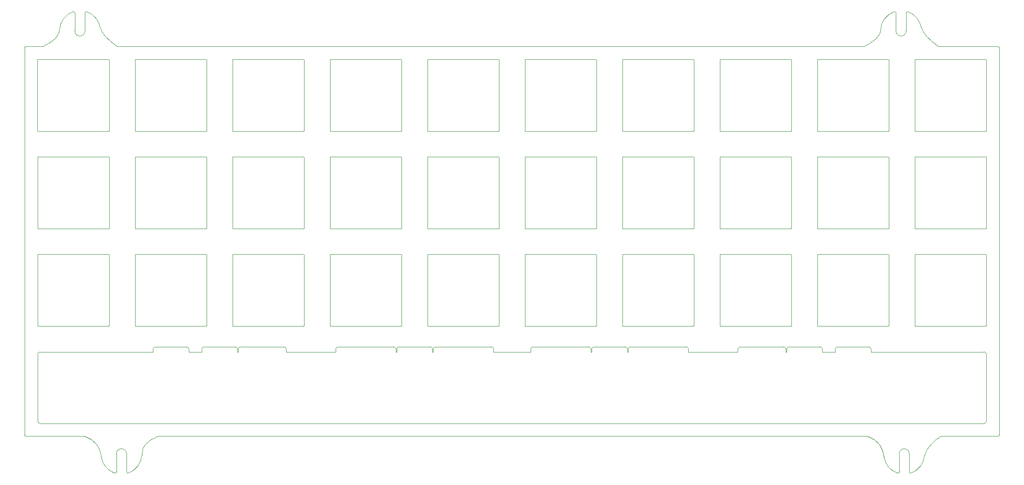
<source format=gbr>
G04 #@! TF.GenerationSoftware,KiCad,Pcbnew,(5.1.5-0-10_14)*
G04 #@! TF.CreationDate,2021-05-22T22:33:54+03:00*
G04 #@! TF.ProjectId,__ - Um_ FR4 Plates,bddb202d-2055-46d4-9d20-46523420506c,rev?*
G04 #@! TF.SameCoordinates,Original*
G04 #@! TF.FileFunction,Profile,NP*
%FSLAX46Y46*%
G04 Gerber Fmt 4.6, Leading zero omitted, Abs format (unit mm)*
G04 Created by KiCad (PCBNEW (5.1.5-0-10_14)) date 2021-05-22 22:33:54*
%MOMM*%
%LPD*%
G04 APERTURE LIST*
%ADD10C,0.100000*%
G04 APERTURE END LIST*
D10*
X214711983Y-121617348D02*
X208711983Y-121617348D01*
X218211983Y-121617348D02*
X214711983Y-121617348D01*
X219498983Y-121617348D02*
X218211983Y-121617348D01*
X224261983Y-121617348D02*
X219498983Y-121617348D01*
X232498983Y-121617348D02*
X224261983Y-121617348D01*
X237261983Y-121617348D02*
X232498983Y-121617348D01*
X237761983Y-121117348D02*
G75*
G02X237261983Y-121617348I-500000J0D01*
G01*
X237761983Y-108117348D02*
X237761983Y-121117348D01*
X237261983Y-107617348D02*
G75*
G02X237761983Y-108117348I0J-500000D01*
G01*
X232498983Y-107617348D02*
X237261983Y-107617348D01*
X224261983Y-107617348D02*
X232498983Y-107617348D01*
X219498983Y-107617348D02*
X224261983Y-107617348D01*
X218211983Y-107617348D02*
X219498983Y-107617348D01*
X215211983Y-107617348D02*
X218211983Y-107617348D01*
X215211983Y-107117348D02*
X215211983Y-107617348D01*
X214711983Y-106617348D02*
G75*
G02X215211983Y-107117348I0J-500000D01*
G01*
X208711983Y-106617348D02*
X214711983Y-106617348D01*
X208211983Y-107117348D02*
G75*
G02X208711983Y-106617348I500000J0D01*
G01*
X208211983Y-107617348D02*
X208211983Y-107117348D01*
X205686983Y-107617348D02*
X208211983Y-107617348D01*
X205686983Y-107117348D02*
X205686983Y-107617348D01*
X205186983Y-106617348D02*
G75*
G02X205686983Y-107117348I0J-500000D01*
G01*
X199186983Y-106617348D02*
X205186983Y-106617348D01*
X198686983Y-107117348D02*
G75*
G02X199186983Y-106617348I500000J0D01*
G01*
X198686983Y-107617348D02*
X198686983Y-107117348D01*
X198574983Y-107617348D02*
X198686983Y-107617348D01*
X198574983Y-107117348D02*
X198574983Y-107617348D01*
X198074983Y-106617348D02*
G75*
G02X198574983Y-107117348I0J-500000D01*
G01*
X195661983Y-106617348D02*
X198074983Y-106617348D01*
X192074983Y-106617348D02*
X195661983Y-106617348D01*
X189661983Y-106617348D02*
X192074983Y-106617348D01*
X189161983Y-107117348D02*
G75*
G02X189661983Y-106617348I500000J0D01*
G01*
X189161983Y-107617348D02*
X189161983Y-107117348D01*
X186161983Y-107617348D02*
X189161983Y-107617348D01*
X180111983Y-107617348D02*
X186161983Y-107617348D01*
X179524983Y-107617348D02*
X180111983Y-107617348D01*
X179524983Y-107117348D02*
X179524983Y-107617348D01*
X179024983Y-106617348D02*
G75*
G02X179524983Y-107117348I0J-500000D01*
G01*
X174198983Y-106617348D02*
X179024983Y-106617348D01*
X173024983Y-106617348D02*
X174198983Y-106617348D01*
X168198983Y-106617348D02*
X173024983Y-106617348D01*
X167698983Y-107117348D02*
G75*
G02X168198983Y-106617348I500000J0D01*
G01*
X167698983Y-107617348D02*
X167698983Y-107117348D01*
X167586983Y-107617348D02*
X167698983Y-107617348D01*
X167586983Y-107117348D02*
X167586983Y-107617348D01*
X167086983Y-106617348D02*
G75*
G02X167586983Y-107117348I0J-500000D01*
G01*
X161086983Y-106617348D02*
X167086983Y-106617348D01*
X160586983Y-107117348D02*
G75*
G02X161086983Y-106617348I500000J0D01*
G01*
X160586983Y-107617348D02*
X160586983Y-107117348D01*
X160474983Y-107617348D02*
X160586983Y-107617348D01*
X160474983Y-107117348D02*
X160474983Y-107617348D01*
X159974983Y-106617348D02*
G75*
G02X160474983Y-107117348I0J-500000D01*
G01*
X157561983Y-106617348D02*
X159974983Y-106617348D01*
X155148983Y-106617348D02*
X157561983Y-106617348D01*
X153974983Y-106617348D02*
X155148983Y-106617348D01*
X151561983Y-106617348D02*
X153974983Y-106617348D01*
X149148983Y-106617348D02*
X151561983Y-106617348D01*
X148648983Y-107117348D02*
G75*
G02X149148983Y-106617348I500000J0D01*
G01*
X148648983Y-107617348D02*
X148648983Y-107117348D01*
X148061983Y-107617348D02*
X148648983Y-107617348D01*
X142011983Y-107617348D02*
X148061983Y-107617348D01*
X141424983Y-107617348D02*
X142011983Y-107617348D01*
X141424983Y-107117348D02*
X141424983Y-107617348D01*
X140924983Y-106617348D02*
G75*
G02X141424983Y-107117348I0J-500000D01*
G01*
X138511983Y-106617348D02*
X140924983Y-106617348D01*
X136098983Y-106617348D02*
X138511983Y-106617348D01*
X134924983Y-106617348D02*
X136098983Y-106617348D01*
X132511983Y-106617348D02*
X134924983Y-106617348D01*
X130098983Y-106617348D02*
X132511983Y-106617348D01*
X129598983Y-107117348D02*
G75*
G02X130098983Y-106617348I500000J0D01*
G01*
X129598983Y-107617348D02*
X129598983Y-107117348D01*
X129486983Y-107617348D02*
X129598983Y-107617348D01*
X129486983Y-107117348D02*
X129486983Y-107617348D01*
X128986983Y-106617348D02*
G75*
G02X129486983Y-107117348I0J-500000D01*
G01*
X122986983Y-106617348D02*
X128986983Y-106617348D01*
X122486983Y-107117348D02*
G75*
G02X122986983Y-106617348I500000J0D01*
G01*
X122486983Y-107617348D02*
X122486983Y-107117348D01*
X122374983Y-107617348D02*
X122486983Y-107617348D01*
X122374983Y-107117348D02*
X122374983Y-107617348D01*
X121874983Y-106617348D02*
G75*
G02X122374983Y-107117348I0J-500000D01*
G01*
X117048983Y-106617348D02*
X121874983Y-106617348D01*
X115874983Y-106617348D02*
X117048983Y-106617348D01*
X111048983Y-106617348D02*
X115874983Y-106617348D01*
X110548983Y-107117348D02*
G75*
G02X111048983Y-106617348I500000J0D01*
G01*
X110548983Y-107617348D02*
X110548983Y-107117348D01*
X109961983Y-107617348D02*
X110548983Y-107617348D01*
X103911983Y-107617348D02*
X109961983Y-107617348D01*
X100911983Y-107617348D02*
X103911983Y-107617348D01*
X100911983Y-107117348D02*
X100911983Y-107617348D01*
X100411983Y-106617348D02*
G75*
G02X100911983Y-107117348I0J-500000D01*
G01*
X97998983Y-106617348D02*
X100411983Y-106617348D01*
X94411983Y-106617348D02*
X97998983Y-106617348D01*
X91998983Y-106617348D02*
X94411983Y-106617348D01*
X91498983Y-107117348D02*
G75*
G02X91998983Y-106617348I500000J0D01*
G01*
X91498983Y-107617348D02*
X91498983Y-107117348D01*
X91386983Y-107617348D02*
X91498983Y-107617348D01*
X91386983Y-107117348D02*
X91386983Y-107617348D01*
X90886983Y-106617348D02*
G75*
G02X91386983Y-107117348I0J-500000D01*
G01*
X84886983Y-106617348D02*
X90886983Y-106617348D01*
X84386983Y-107117348D02*
G75*
G02X84886983Y-106617348I500000J0D01*
G01*
X84386983Y-107617348D02*
X84386983Y-107117348D01*
X81861983Y-107617348D02*
X84386983Y-107617348D01*
X81861983Y-107117348D02*
X81861983Y-107617348D01*
X81361983Y-106617348D02*
G75*
G02X81861983Y-107117348I0J-500000D01*
G01*
X75361983Y-106617348D02*
X81361983Y-106617348D01*
X74861983Y-107117348D02*
G75*
G02X75361983Y-106617348I500000J0D01*
G01*
X74861983Y-107617348D02*
X74861983Y-107117348D01*
X71861983Y-107617348D02*
X74861983Y-107617348D01*
X70574483Y-107617348D02*
X71861983Y-107617348D01*
X65811983Y-107617348D02*
X70574483Y-107617348D01*
X57574483Y-107617348D02*
X65811983Y-107617348D01*
X52811983Y-107617348D02*
X57574483Y-107617348D01*
X52311983Y-108117348D02*
G75*
G02X52811983Y-107617348I500000J0D01*
G01*
X52311983Y-121117348D02*
X52311983Y-108117348D01*
X52811983Y-121617348D02*
G75*
G02X52311983Y-121117348I0J500000D01*
G01*
X57574483Y-121617348D02*
X52811983Y-121617348D01*
X65811983Y-121617348D02*
X57574483Y-121617348D01*
X70574483Y-121617348D02*
X65811983Y-121617348D01*
X71861983Y-121617348D02*
X70574483Y-121617348D01*
X75361983Y-121617348D02*
X71861983Y-121617348D01*
X81361983Y-121617348D02*
X75361983Y-121617348D01*
X84861983Y-121617348D02*
X81361983Y-121617348D01*
X84874482Y-121617192D02*
X84861983Y-121617348D01*
X86149483Y-121617348D02*
X84874482Y-121617192D01*
X90886983Y-121617348D02*
X86149483Y-121617348D01*
X90911983Y-121617348D02*
X90886983Y-121617348D01*
X91998983Y-121617348D02*
X90911983Y-121617348D01*
X94411983Y-121617348D02*
X91998983Y-121617348D01*
X97998983Y-121617348D02*
X94411983Y-121617348D01*
X99149483Y-121617348D02*
X97998983Y-121617348D01*
X100411983Y-121617348D02*
X99149483Y-121617348D01*
X100436983Y-121617348D02*
X100411983Y-121617348D01*
X103911983Y-121617348D02*
X100436983Y-121617348D01*
X109961983Y-121617348D02*
X103911983Y-121617348D01*
X111048983Y-121617348D02*
X109961983Y-121617348D01*
X113436983Y-121617348D02*
X111048983Y-121617348D01*
X115874983Y-121617348D02*
X113436983Y-121617348D01*
X117048983Y-121617348D02*
X115874983Y-121617348D01*
X119486983Y-121617348D02*
X117048983Y-121617348D01*
X121874983Y-121617348D02*
X119486983Y-121617348D01*
X122961983Y-121617348D02*
X121874983Y-121617348D01*
X122986983Y-121617348D02*
X122961983Y-121617348D01*
X128986983Y-121617348D02*
X122986983Y-121617348D01*
X129011983Y-121617348D02*
X128986983Y-121617348D01*
X130098983Y-121617348D02*
X129011983Y-121617348D01*
X132486983Y-121617348D02*
X130098983Y-121617348D01*
X132511983Y-121617348D02*
X132486983Y-121617348D01*
X134924983Y-121617348D02*
X132511983Y-121617348D01*
X136098983Y-121617348D02*
X134924983Y-121617348D01*
X138511983Y-121617348D02*
X136098983Y-121617348D01*
X138536983Y-121617348D02*
X138511983Y-121617348D01*
X140924983Y-121617348D02*
X138536983Y-121617348D01*
X142011983Y-121617348D02*
X140924983Y-121617348D01*
X148061983Y-121617348D02*
X142011983Y-121617348D01*
X149148983Y-121617348D02*
X148061983Y-121617348D01*
X151536983Y-121617348D02*
X149148983Y-121617348D01*
X151561983Y-121617348D02*
X151536983Y-121617348D01*
X153974983Y-121617348D02*
X151561983Y-121617348D01*
X155148983Y-121617348D02*
X153974983Y-121617348D01*
X157561983Y-121617348D02*
X155148983Y-121617348D01*
X157586983Y-121617348D02*
X157561983Y-121617348D01*
X159974983Y-121617348D02*
X157586983Y-121617348D01*
X161061983Y-121617348D02*
X159974983Y-121617348D01*
X161086983Y-121617348D02*
X161061983Y-121617348D01*
X167086983Y-121617348D02*
X161086983Y-121617348D01*
X167111983Y-121617348D02*
X167086983Y-121617348D01*
X168198983Y-121617348D02*
X167111983Y-121617348D01*
X170586983Y-121617348D02*
X168198983Y-121617348D01*
X173024983Y-121617348D02*
X170586983Y-121617348D01*
X174198983Y-121617348D02*
X173024983Y-121617348D01*
X176636983Y-121617348D02*
X174198983Y-121617348D01*
X179024983Y-121617348D02*
X176636983Y-121617348D01*
X180111983Y-121617348D02*
X179024983Y-121617348D01*
X186161983Y-121617348D02*
X180111983Y-121617348D01*
X189636983Y-121617348D02*
X186161983Y-121617348D01*
X189661983Y-121617348D02*
X189636983Y-121617348D01*
X190924983Y-121617348D02*
X189661983Y-121617348D01*
X192074983Y-121617348D02*
X190924983Y-121617348D01*
X195661983Y-121617348D02*
X192074983Y-121617348D01*
X198074983Y-121617348D02*
X195661983Y-121617348D01*
X199161983Y-121617348D02*
X198074983Y-121617348D01*
X199186983Y-121617348D02*
X199161983Y-121617348D01*
X203924983Y-121617348D02*
X199186983Y-121617348D01*
X205186983Y-121617348D02*
X203924983Y-121617348D01*
X205211983Y-121617348D02*
X205186983Y-121617348D01*
X208711983Y-121617348D02*
X205211983Y-121617348D01*
X220348743Y-131326097D02*
G75*
G02X217739182Y-128228343I1333334J3771236D01*
G01*
X61566690Y-41335463D02*
G75*
G02X61900023Y-41099761I250000J0D01*
G01*
X220682077Y-127554964D02*
X220682077Y-131090395D01*
X240013761Y-124120640D02*
X228881910Y-124120640D01*
X240013761Y-47920640D02*
G75*
G02X240263761Y-48170640I0J-250000D01*
G01*
X217071032Y-44684673D02*
G75*
G02X219733357Y-41099761I3995658J-186324D01*
G01*
X59233357Y-41099755D02*
G75*
G02X59566690Y-41335457I83333J-235702D01*
G01*
X61566690Y-44870997D02*
X61566690Y-41335463D01*
X61566690Y-44870997D02*
G75*
G02X59566690Y-44870997I-1000000J0D01*
G01*
X222682077Y-127554861D02*
X222682077Y-131090401D01*
X49763761Y-48170640D02*
G75*
G02X50013761Y-47920640I250000J0D01*
G01*
X227769933Y-124836437D02*
X228881910Y-124120640D01*
X226855878Y-125672761D02*
X227769933Y-124836437D01*
X226165573Y-126645341D02*
X226855878Y-125672761D01*
X225677739Y-127741220D02*
X226165573Y-126645341D01*
X227028390Y-46886996D02*
X228337125Y-47920640D01*
X226010995Y-45916203D02*
X227028390Y-46886996D01*
X225342237Y-45020621D02*
X226010995Y-45916203D01*
X225009591Y-44197549D02*
X225342237Y-45020621D01*
X222066690Y-44870997D02*
X222066690Y-41335463D01*
X59566690Y-44870997D02*
X59566690Y-41335457D01*
X220066690Y-44870997D02*
X220066690Y-41335463D01*
X223015410Y-131326103D02*
G75*
G02X222682077Y-131090401I-83333J235702D01*
G01*
X219733357Y-41099761D02*
G75*
G02X220066690Y-41335463I83333J-235702D01*
G01*
X222066690Y-44870997D02*
G75*
G02X220066690Y-44870997I-1000000J0D01*
G01*
X222400024Y-41099761D02*
G75*
G02X225009591Y-44197549I-1333334J-3771236D01*
G01*
X220682077Y-127554964D02*
G75*
G02X222682077Y-127554861I1000000J103D01*
G01*
X222066690Y-41335463D02*
G75*
G02X222400023Y-41099761I250000J0D01*
G01*
X61900024Y-41099758D02*
G75*
G02X64509591Y-44197549I-1333338J-3771239D01*
G01*
X225677738Y-127741220D02*
G75*
G02X223015410Y-131326103I-3995661J186359D01*
G01*
X50013761Y-47920640D02*
X53336829Y-47920640D01*
X220682077Y-131090395D02*
G75*
G02X220348744Y-131326097I-250000J0D01*
G01*
X66528390Y-46886996D02*
X67837125Y-47920640D01*
X65510995Y-45916203D02*
X66528390Y-46886996D01*
X64842237Y-45020621D02*
X65510995Y-45916203D01*
X64509591Y-44197549D02*
X64842237Y-45020621D01*
X228337125Y-47920640D02*
X240013761Y-47920640D01*
X215165694Y-47155191D02*
X213836829Y-47920640D01*
X216174383Y-46362929D02*
X215165694Y-47155191D01*
X216803578Y-45538884D02*
X216174383Y-46362929D01*
X217071038Y-44684545D02*
X216803578Y-45538884D01*
X49763761Y-123870640D02*
X49763761Y-48170640D01*
X240263761Y-123870640D02*
G75*
G02X240013761Y-124120640I-250000J0D01*
G01*
X56571024Y-44684672D02*
G75*
G02X59233357Y-41099755I3995662J-186325D01*
G01*
X54665694Y-47155191D02*
X53336829Y-47920640D01*
X55674383Y-46362929D02*
X54665694Y-47155191D01*
X56303578Y-45538884D02*
X55674383Y-46362929D01*
X56571038Y-44684545D02*
X56303578Y-45538884D01*
X61432508Y-124120640D02*
X50013761Y-124120640D01*
X69682077Y-127554861D02*
X69682077Y-131090395D01*
X67837125Y-47920640D02*
X213836829Y-47920640D01*
X70015410Y-131326097D02*
G75*
G02X69682077Y-131090395I-83333J235702D01*
G01*
X214432508Y-124120640D02*
X75881910Y-124120640D01*
X240263761Y-48170640D02*
X240263761Y-123870640D01*
X67348743Y-131326097D02*
G75*
G02X64739200Y-128228451I1333334J3771236D01*
G01*
X72677728Y-127741331D02*
G75*
G02X70015410Y-131326097I-3995651J186470D01*
G01*
X67682077Y-127554878D02*
X67682077Y-131090395D01*
X50013761Y-124120640D02*
G75*
G02X49763761Y-123870640I0J250000D01*
G01*
X66266708Y-50503065D02*
X66266708Y-64403065D01*
X66216708Y-50453065D02*
G75*
G02X66266708Y-50503065I0J-50000D01*
G01*
X52316708Y-50453065D02*
X66216708Y-50453065D01*
X52266708Y-50503065D02*
G75*
G02X52316708Y-50453065I50000J0D01*
G01*
X52266708Y-64403065D02*
X52266708Y-50503065D01*
X52316708Y-64453065D02*
G75*
G02X52266708Y-64403065I0J50000D01*
G01*
X66216708Y-64453065D02*
X52316708Y-64453065D01*
X66266708Y-64403065D02*
G75*
G02X66216708Y-64453065I-50000J0D01*
G01*
X215788717Y-124784766D02*
X214432508Y-124120640D01*
X216807005Y-125680409D02*
X215788717Y-124784766D01*
X217444667Y-126836828D02*
X216807005Y-125680409D01*
X217739182Y-128228343D02*
X217444667Y-126836828D01*
X62798560Y-124770537D02*
X61432508Y-124120640D01*
X63820223Y-125661181D02*
X62798560Y-124770537D01*
X64454285Y-126822780D02*
X63820223Y-125661181D01*
X64739200Y-128228451D02*
X64454285Y-126822780D01*
X67682077Y-127554879D02*
G75*
G02X69682077Y-127554861I1000000J18D01*
G01*
X67682077Y-131090395D02*
G75*
G02X67348744Y-131326097I-250000J0D01*
G01*
X74446425Y-124769008D02*
X75881910Y-124120640D01*
X73407953Y-125578077D02*
X74446425Y-124769008D01*
X72829332Y-126573281D02*
X73407953Y-125578077D01*
X72677728Y-127741330D02*
X72829332Y-126573281D01*
X223740000Y-88610000D02*
G75*
G02X223790000Y-88560000I50000J0D01*
G01*
X223740000Y-102510000D02*
X223740000Y-88610000D01*
X223790000Y-102560000D02*
G75*
G02X223740000Y-102510000I0J50000D01*
G01*
X237690000Y-102560000D02*
X223790000Y-102560000D01*
X237740000Y-102510000D02*
G75*
G02X237690000Y-102560000I-50000J0D01*
G01*
X237740000Y-88610000D02*
X237740000Y-102510000D01*
X237690000Y-88560000D02*
G75*
G02X237740000Y-88610000I0J-50000D01*
G01*
X223790000Y-88560000D02*
X237690000Y-88560000D01*
X204690000Y-88610000D02*
G75*
G02X204740000Y-88560000I50000J0D01*
G01*
X204690000Y-102510000D02*
X204690000Y-88610000D01*
X204740000Y-102560000D02*
G75*
G02X204690000Y-102510000I0J50000D01*
G01*
X218640000Y-102560000D02*
X204740000Y-102560000D01*
X218690000Y-102510000D02*
G75*
G02X218640000Y-102560000I-50000J0D01*
G01*
X218690000Y-88610000D02*
X218690000Y-102510000D01*
X218640000Y-88560000D02*
G75*
G02X218690000Y-88610000I0J-50000D01*
G01*
X204740000Y-88560000D02*
X218640000Y-88560000D01*
X185640000Y-88610000D02*
G75*
G02X185690000Y-88560000I50000J0D01*
G01*
X185640000Y-102510000D02*
X185640000Y-88610000D01*
X185690000Y-102560000D02*
G75*
G02X185640000Y-102510000I0J50000D01*
G01*
X199590000Y-102560000D02*
X185690000Y-102560000D01*
X199640000Y-102510000D02*
G75*
G02X199590000Y-102560000I-50000J0D01*
G01*
X199640000Y-88610000D02*
X199640000Y-102510000D01*
X199590000Y-88560000D02*
G75*
G02X199640000Y-88610000I0J-50000D01*
G01*
X185690000Y-88560000D02*
X199590000Y-88560000D01*
X166590000Y-88610000D02*
G75*
G02X166640000Y-88560000I50000J0D01*
G01*
X166590000Y-102510000D02*
X166590000Y-88610000D01*
X166640000Y-102560000D02*
G75*
G02X166590000Y-102510000I0J50000D01*
G01*
X180540000Y-102560000D02*
X166640000Y-102560000D01*
X180590000Y-102510000D02*
G75*
G02X180540000Y-102560000I-50000J0D01*
G01*
X180590000Y-88610000D02*
X180590000Y-102510000D01*
X180540000Y-88560000D02*
G75*
G02X180590000Y-88610000I0J-50000D01*
G01*
X166640000Y-88560000D02*
X180540000Y-88560000D01*
X147540000Y-88610000D02*
G75*
G02X147590000Y-88560000I50000J0D01*
G01*
X147540000Y-102510000D02*
X147540000Y-88610000D01*
X147590000Y-102560000D02*
G75*
G02X147540000Y-102510000I0J50000D01*
G01*
X161490000Y-102560000D02*
X147590000Y-102560000D01*
X161540000Y-102510000D02*
G75*
G02X161490000Y-102560000I-50000J0D01*
G01*
X161540000Y-88610000D02*
X161540000Y-102510000D01*
X161490000Y-88560000D02*
G75*
G02X161540000Y-88610000I0J-50000D01*
G01*
X147590000Y-88560000D02*
X161490000Y-88560000D01*
X128490000Y-88610000D02*
G75*
G02X128540000Y-88560000I50000J0D01*
G01*
X128490000Y-102510000D02*
X128490000Y-88610000D01*
X128540000Y-102560000D02*
G75*
G02X128490000Y-102510000I0J50000D01*
G01*
X142440000Y-102560000D02*
X128540000Y-102560000D01*
X142490000Y-102510000D02*
G75*
G02X142440000Y-102560000I-50000J0D01*
G01*
X142490000Y-88610000D02*
X142490000Y-102510000D01*
X142440000Y-88560000D02*
G75*
G02X142490000Y-88610000I0J-50000D01*
G01*
X128540000Y-88560000D02*
X142440000Y-88560000D01*
X109440000Y-88610000D02*
G75*
G02X109490000Y-88560000I50000J0D01*
G01*
X109440000Y-102510000D02*
X109440000Y-88610000D01*
X109490000Y-102560000D02*
G75*
G02X109440000Y-102510000I0J50000D01*
G01*
X123390000Y-102560000D02*
X109490000Y-102560000D01*
X123440000Y-102510000D02*
G75*
G02X123390000Y-102560000I-50000J0D01*
G01*
X123440000Y-88610000D02*
X123440000Y-102510000D01*
X123390000Y-88560000D02*
G75*
G02X123440000Y-88610000I0J-50000D01*
G01*
X109490000Y-88560000D02*
X123390000Y-88560000D01*
X90390000Y-88610000D02*
G75*
G02X90440000Y-88560000I50000J0D01*
G01*
X90390000Y-102510000D02*
X90390000Y-88610000D01*
X90440000Y-102560000D02*
G75*
G02X90390000Y-102510000I0J50000D01*
G01*
X104340000Y-102560000D02*
X90440000Y-102560000D01*
X104390000Y-102510000D02*
G75*
G02X104340000Y-102560000I-50000J0D01*
G01*
X104390000Y-88610000D02*
X104390000Y-102510000D01*
X104340000Y-88560000D02*
G75*
G02X104390000Y-88610000I0J-50000D01*
G01*
X90440000Y-88560000D02*
X104340000Y-88560000D01*
X71340000Y-88610000D02*
G75*
G02X71390000Y-88560000I50000J0D01*
G01*
X71340000Y-102510000D02*
X71340000Y-88610000D01*
X71390000Y-102560000D02*
G75*
G02X71340000Y-102510000I0J50000D01*
G01*
X85290000Y-102560000D02*
X71390000Y-102560000D01*
X85340000Y-102510000D02*
G75*
G02X85290000Y-102560000I-50000J0D01*
G01*
X85340000Y-88610000D02*
X85340000Y-102510000D01*
X85290000Y-88560000D02*
G75*
G02X85340000Y-88610000I0J-50000D01*
G01*
X71390000Y-88560000D02*
X85290000Y-88560000D01*
X52290000Y-88610000D02*
G75*
G02X52340000Y-88560000I50000J0D01*
G01*
X52290000Y-102510000D02*
X52290000Y-88610000D01*
X52340000Y-102560000D02*
G75*
G02X52290000Y-102510000I0J50000D01*
G01*
X66240000Y-102560000D02*
X52340000Y-102560000D01*
X66290000Y-102510000D02*
G75*
G02X66240000Y-102560000I-50000J0D01*
G01*
X66290000Y-88610000D02*
X66290000Y-102510000D01*
X66240000Y-88560000D02*
G75*
G02X66290000Y-88610000I0J-50000D01*
G01*
X52340000Y-88560000D02*
X66240000Y-88560000D01*
X223740000Y-69560000D02*
G75*
G02X223790000Y-69510000I50000J0D01*
G01*
X223740000Y-83460000D02*
X223740000Y-69560000D01*
X223790000Y-83510000D02*
G75*
G02X223740000Y-83460000I0J50000D01*
G01*
X237690000Y-83510000D02*
X223790000Y-83510000D01*
X237740000Y-83460000D02*
G75*
G02X237690000Y-83510000I-50000J0D01*
G01*
X237740000Y-69560000D02*
X237740000Y-83460000D01*
X237690000Y-69510000D02*
G75*
G02X237740000Y-69560000I0J-50000D01*
G01*
X223790000Y-69510000D02*
X237690000Y-69510000D01*
X204690000Y-69560000D02*
G75*
G02X204740000Y-69510000I50000J0D01*
G01*
X204690000Y-83460000D02*
X204690000Y-69560000D01*
X204740000Y-83510000D02*
G75*
G02X204690000Y-83460000I0J50000D01*
G01*
X218640000Y-83510000D02*
X204740000Y-83510000D01*
X218690000Y-83460000D02*
G75*
G02X218640000Y-83510000I-50000J0D01*
G01*
X218690000Y-69560000D02*
X218690000Y-83460000D01*
X218640000Y-69510000D02*
G75*
G02X218690000Y-69560000I0J-50000D01*
G01*
X204740000Y-69510000D02*
X218640000Y-69510000D01*
X185640000Y-69560000D02*
G75*
G02X185690000Y-69510000I50000J0D01*
G01*
X185640000Y-83460000D02*
X185640000Y-69560000D01*
X185690000Y-83510000D02*
G75*
G02X185640000Y-83460000I0J50000D01*
G01*
X199590000Y-83510000D02*
X185690000Y-83510000D01*
X199640000Y-83460000D02*
G75*
G02X199590000Y-83510000I-50000J0D01*
G01*
X199640000Y-69560000D02*
X199640000Y-83460000D01*
X199590000Y-69510000D02*
G75*
G02X199640000Y-69560000I0J-50000D01*
G01*
X185690000Y-69510000D02*
X199590000Y-69510000D01*
X166590000Y-69560000D02*
G75*
G02X166640000Y-69510000I50000J0D01*
G01*
X166590000Y-83460000D02*
X166590000Y-69560000D01*
X166640000Y-83510000D02*
G75*
G02X166590000Y-83460000I0J50000D01*
G01*
X180540000Y-83510000D02*
X166640000Y-83510000D01*
X180590000Y-83460000D02*
G75*
G02X180540000Y-83510000I-50000J0D01*
G01*
X180590000Y-69560000D02*
X180590000Y-83460000D01*
X180540000Y-69510000D02*
G75*
G02X180590000Y-69560000I0J-50000D01*
G01*
X166640000Y-69510000D02*
X180540000Y-69510000D01*
X147540000Y-69560000D02*
G75*
G02X147590000Y-69510000I50000J0D01*
G01*
X147540000Y-83460000D02*
X147540000Y-69560000D01*
X147590000Y-83510000D02*
G75*
G02X147540000Y-83460000I0J50000D01*
G01*
X161490000Y-83510000D02*
X147590000Y-83510000D01*
X161540000Y-83460000D02*
G75*
G02X161490000Y-83510000I-50000J0D01*
G01*
X161540000Y-69560000D02*
X161540000Y-83460000D01*
X161490000Y-69510000D02*
G75*
G02X161540000Y-69560000I0J-50000D01*
G01*
X147590000Y-69510000D02*
X161490000Y-69510000D01*
X128490000Y-69560000D02*
G75*
G02X128540000Y-69510000I50000J0D01*
G01*
X128490000Y-83460000D02*
X128490000Y-69560000D01*
X128540000Y-83510000D02*
G75*
G02X128490000Y-83460000I0J50000D01*
G01*
X142440000Y-83510000D02*
X128540000Y-83510000D01*
X142490000Y-83460000D02*
G75*
G02X142440000Y-83510000I-50000J0D01*
G01*
X142490000Y-69560000D02*
X142490000Y-83460000D01*
X142440000Y-69510000D02*
G75*
G02X142490000Y-69560000I0J-50000D01*
G01*
X128540000Y-69510000D02*
X142440000Y-69510000D01*
X109440000Y-69560000D02*
G75*
G02X109490000Y-69510000I50000J0D01*
G01*
X109440000Y-83460000D02*
X109440000Y-69560000D01*
X109490000Y-83510000D02*
G75*
G02X109440000Y-83460000I0J50000D01*
G01*
X123390000Y-83510000D02*
X109490000Y-83510000D01*
X123440000Y-83460000D02*
G75*
G02X123390000Y-83510000I-50000J0D01*
G01*
X123440000Y-69560000D02*
X123440000Y-83460000D01*
X123390000Y-69510000D02*
G75*
G02X123440000Y-69560000I0J-50000D01*
G01*
X109490000Y-69510000D02*
X123390000Y-69510000D01*
X90390000Y-69560000D02*
G75*
G02X90440000Y-69510000I50000J0D01*
G01*
X90390000Y-83460000D02*
X90390000Y-69560000D01*
X90440000Y-83510000D02*
G75*
G02X90390000Y-83460000I0J50000D01*
G01*
X104340000Y-83510000D02*
X90440000Y-83510000D01*
X104390000Y-83460000D02*
G75*
G02X104340000Y-83510000I-50000J0D01*
G01*
X104390000Y-69560000D02*
X104390000Y-83460000D01*
X104340000Y-69510000D02*
G75*
G02X104390000Y-69560000I0J-50000D01*
G01*
X90440000Y-69510000D02*
X104340000Y-69510000D01*
X71340000Y-69560000D02*
G75*
G02X71390000Y-69510000I50000J0D01*
G01*
X71340000Y-83460000D02*
X71340000Y-69560000D01*
X71390000Y-83510000D02*
G75*
G02X71340000Y-83460000I0J50000D01*
G01*
X85290000Y-83510000D02*
X71390000Y-83510000D01*
X85340000Y-83460000D02*
G75*
G02X85290000Y-83510000I-50000J0D01*
G01*
X85340000Y-69560000D02*
X85340000Y-83460000D01*
X85290000Y-69510000D02*
G75*
G02X85340000Y-69560000I0J-50000D01*
G01*
X71390000Y-69510000D02*
X85290000Y-69510000D01*
X52290000Y-69560000D02*
G75*
G02X52340000Y-69510000I50000J0D01*
G01*
X52290000Y-83460000D02*
X52290000Y-69560000D01*
X52340000Y-83510000D02*
G75*
G02X52290000Y-83460000I0J50000D01*
G01*
X66240000Y-83510000D02*
X52340000Y-83510000D01*
X66290000Y-83460000D02*
G75*
G02X66240000Y-83510000I-50000J0D01*
G01*
X66290000Y-69560000D02*
X66290000Y-83460000D01*
X66240000Y-69510000D02*
G75*
G02X66290000Y-69560000I0J-50000D01*
G01*
X52340000Y-69510000D02*
X66240000Y-69510000D01*
X223740000Y-50510000D02*
G75*
G02X223790000Y-50460000I50000J0D01*
G01*
X223740000Y-64410000D02*
X223740000Y-50510000D01*
X223790000Y-64460000D02*
G75*
G02X223740000Y-64410000I0J50000D01*
G01*
X237690000Y-64460000D02*
X223790000Y-64460000D01*
X237740000Y-64410000D02*
G75*
G02X237690000Y-64460000I-50000J0D01*
G01*
X237740000Y-50510000D02*
X237740000Y-64410000D01*
X237690000Y-50460000D02*
G75*
G02X237740000Y-50510000I0J-50000D01*
G01*
X223790000Y-50460000D02*
X237690000Y-50460000D01*
X204690000Y-50510000D02*
G75*
G02X204740000Y-50460000I50000J0D01*
G01*
X204690000Y-64410000D02*
X204690000Y-50510000D01*
X204740000Y-64460000D02*
G75*
G02X204690000Y-64410000I0J50000D01*
G01*
X218640000Y-64460000D02*
X204740000Y-64460000D01*
X218690000Y-64410000D02*
G75*
G02X218640000Y-64460000I-50000J0D01*
G01*
X218690000Y-50510000D02*
X218690000Y-64410000D01*
X218640000Y-50460000D02*
G75*
G02X218690000Y-50510000I0J-50000D01*
G01*
X204740000Y-50460000D02*
X218640000Y-50460000D01*
X185640000Y-50510000D02*
G75*
G02X185690000Y-50460000I50000J0D01*
G01*
X185640000Y-64410000D02*
X185640000Y-50510000D01*
X185690000Y-64460000D02*
G75*
G02X185640000Y-64410000I0J50000D01*
G01*
X199590000Y-64460000D02*
X185690000Y-64460000D01*
X199640000Y-64410000D02*
G75*
G02X199590000Y-64460000I-50000J0D01*
G01*
X199640000Y-50510000D02*
X199640000Y-64410000D01*
X199590000Y-50460000D02*
G75*
G02X199640000Y-50510000I0J-50000D01*
G01*
X185690000Y-50460000D02*
X199590000Y-50460000D01*
X166590000Y-50510000D02*
G75*
G02X166640000Y-50460000I50000J0D01*
G01*
X166590000Y-64410000D02*
X166590000Y-50510000D01*
X166640000Y-64460000D02*
G75*
G02X166590000Y-64410000I0J50000D01*
G01*
X180540000Y-64460000D02*
X166640000Y-64460000D01*
X180590000Y-64410000D02*
G75*
G02X180540000Y-64460000I-50000J0D01*
G01*
X180590000Y-50510000D02*
X180590000Y-64410000D01*
X180540000Y-50460000D02*
G75*
G02X180590000Y-50510000I0J-50000D01*
G01*
X166640000Y-50460000D02*
X180540000Y-50460000D01*
X147540000Y-50510000D02*
G75*
G02X147590000Y-50460000I50000J0D01*
G01*
X147540000Y-64410000D02*
X147540000Y-50510000D01*
X147590000Y-64460000D02*
G75*
G02X147540000Y-64410000I0J50000D01*
G01*
X161490000Y-64460000D02*
X147590000Y-64460000D01*
X123440000Y-50510000D02*
X123440000Y-64410000D01*
X123390000Y-50460000D02*
G75*
G02X123440000Y-50510000I0J-50000D01*
G01*
X109490000Y-50460000D02*
X123390000Y-50460000D01*
X90390000Y-50510000D02*
G75*
G02X90440000Y-50460000I50000J0D01*
G01*
X161540000Y-64410000D02*
G75*
G02X161490000Y-64460000I-50000J0D01*
G01*
X161540000Y-50510000D02*
X161540000Y-64410000D01*
X161490000Y-50460000D02*
G75*
G02X161540000Y-50510000I0J-50000D01*
G01*
X147590000Y-50460000D02*
X161490000Y-50460000D01*
X128490000Y-50510000D02*
G75*
G02X128540000Y-50460000I50000J0D01*
G01*
X128490000Y-64410000D02*
X128490000Y-50510000D01*
X128540000Y-64460000D02*
G75*
G02X128490000Y-64410000I0J50000D01*
G01*
X142440000Y-64460000D02*
X128540000Y-64460000D01*
X142490000Y-64410000D02*
G75*
G02X142440000Y-64460000I-50000J0D01*
G01*
X142490000Y-50510000D02*
X142490000Y-64410000D01*
X142440000Y-50460000D02*
G75*
G02X142490000Y-50510000I0J-50000D01*
G01*
X128540000Y-50460000D02*
X142440000Y-50460000D01*
X109440000Y-50510000D02*
G75*
G02X109490000Y-50460000I50000J0D01*
G01*
X109440000Y-64410000D02*
X109440000Y-50510000D01*
X109490000Y-64460000D02*
G75*
G02X109440000Y-64410000I0J50000D01*
G01*
X123390000Y-64460000D02*
X109490000Y-64460000D01*
X123440000Y-64410000D02*
G75*
G02X123390000Y-64460000I-50000J0D01*
G01*
X104390000Y-50510000D02*
X104390000Y-64410000D01*
X104340000Y-50460000D02*
G75*
G02X104390000Y-50510000I0J-50000D01*
G01*
X90440000Y-50460000D02*
X104340000Y-50460000D01*
X71340000Y-50510000D02*
G75*
G02X71390000Y-50460000I50000J0D01*
G01*
X71340000Y-64410000D02*
X71340000Y-50510000D01*
X71390000Y-64460000D02*
G75*
G02X71340000Y-64410000I0J50000D01*
G01*
X85290000Y-64460000D02*
X71390000Y-64460000D01*
X85340000Y-64410000D02*
G75*
G02X85290000Y-64460000I-50000J0D01*
G01*
X85340000Y-50510000D02*
X85340000Y-64410000D01*
X85290000Y-50460000D02*
G75*
G02X85340000Y-50510000I0J-50000D01*
G01*
X71390000Y-50460000D02*
X85290000Y-50460000D01*
X90390000Y-64410000D02*
X90390000Y-50510000D01*
X90440000Y-64460000D02*
G75*
G02X90390000Y-64410000I0J50000D01*
G01*
X104340000Y-64460000D02*
X90440000Y-64460000D01*
X104390000Y-64410000D02*
G75*
G02X104340000Y-64460000I-50000J0D01*
G01*
M02*

</source>
